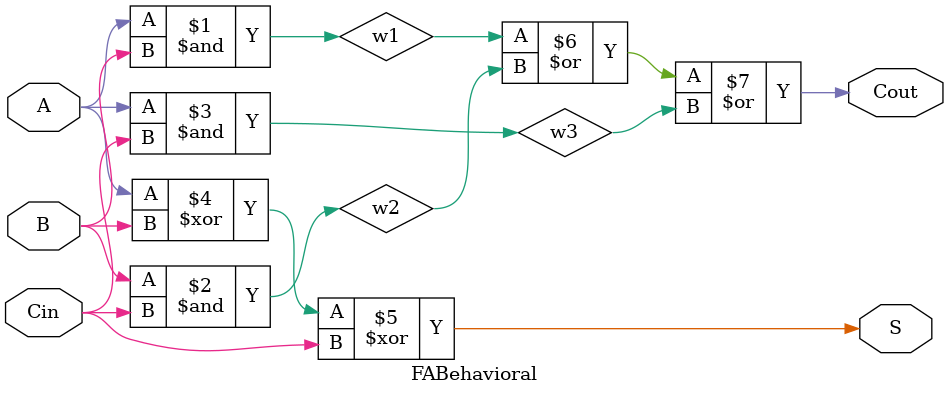
<source format=v>
module FABehavioral(Cout, S, A, B, Cin);

output Cout, S;
input A, B, Cin;
wire w1, w2, w3;

assign w1 = A & B;
assign w2 = B & Cin;
assign w3 = A & Cin;
assign S = A ^ B ^ Cin;
assign Cout = w1 | w2 | w3;
endmodule

// module test_bench;
// reg [2:0] in;//Array variable for the inputs of 3-bit binary numbers
// wire S, Cout;
// FABehavioral FAB (Cout, S, in[0], in[1], in[2]); //Replace module name "FA" with your own module’s name
//  //Also, use the correct port order
// initial
// in = 3'b000;//3-bit binary number
// always
// #10 in = in + 1;//100ps delay 
// endmodule
</source>
